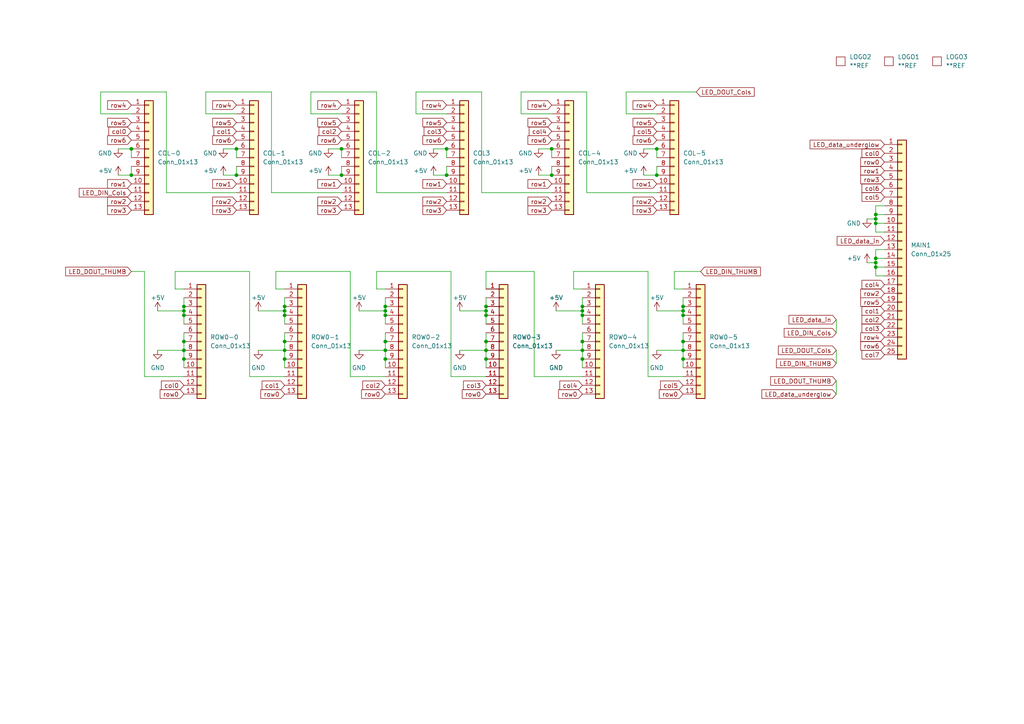
<source format=kicad_sch>
(kicad_sch (version 20231120) (generator "eeschema") (generator_version "8.0")
  (paper "A4")
  (lib_symbols
    (symbol "Connector_Generic:Conn_01x13" (pin_names (offset 1.016) hide)
      (property "Reference" "J" (at 0 17.78 0))
      (property "Value" "Conn_01x13" (at 0 -17.78 0))
      (symbol "Conn_01x13_1_1"
        (rectangle (start -1.27 -15.113) (end 0 -15.367) (stroke (width 0.1524)))
        (rectangle (start -1.27 -12.573) (end 0 -12.827) (stroke (width 0.1524)))
        (rectangle (start -1.27 -10.033) (end 0 -10.287) (stroke (width 0.1524)))
        (rectangle (start -1.27 -7.493) (end 0 -7.747) (stroke (width 0.1524)))
        (rectangle (start -1.27 -4.953) (end 0 -5.207) (stroke (width 0.1524)))
        (rectangle (start -1.27 -2.413) (end 0 -2.667) (stroke (width 0.1524)))
        (rectangle (start -1.27 0.127) (end 0 -0.127) (stroke (width 0.1524)))
        (rectangle (start -1.27 2.667) (end 0 2.413) (stroke (width 0.1524)))
        (rectangle (start -1.27 5.207) (end 0 4.953) (stroke (width 0.1524)))
        (rectangle (start -1.27 7.747) (end 0 7.493) (stroke (width 0.1524)))
        (rectangle (start -1.27 10.287) (end 0 10.033) (stroke (width 0.1524)))
        (rectangle (start -1.27 12.827) (end 0 12.573) (stroke (width 0.1524)))
        (rectangle (start -1.27 15.367) (end 0 15.113) (stroke (width 0.1524)))
        (rectangle (start -1.27 16.51) (end 1.27 -16.51) (stroke (width 0.254)) (fill (type background)))
        (pin passive line (at -5.08 15.24 0) (length 3.81) (name "Pin_1") (number "1"))
        (pin passive line (at -5.08 -7.62 0) (length 3.81) (name "Pin_10") (number "10"))
        (pin passive line (at -5.08 -10.16 0) (length 3.81) (name "Pin_11") (number "11"))
        (pin passive line (at -5.08 -12.7 0) (length 3.81) (name "Pin_12") (number "12"))
        (pin passive line (at -5.08 -15.24 0) (length 3.81) (name "Pin_13") (number "13"))
        (pin passive line (at -5.08 12.7 0) (length 3.81) (name "Pin_2") (number "2"))
        (pin passive line (at -5.08 10.16 0) (length 3.81) (name "Pin_3") (number "3"))
        (pin passive line (at -5.08 7.62 0) (length 3.81) (name "Pin_4") (number "4"))
        (pin passive line (at -5.08 5.08 0) (length 3.81) (name "Pin_5") (number "5"))
        (pin passive line (at -5.08 2.54 0) (length 3.81) (name "Pin_6") (number "6"))
        (pin passive line (at -5.08 0 0) (length 3.81) (name "Pin_7") (number "7"))
        (pin passive line (at -5.08 -2.54 0) (length 3.81) (name "Pin_8") (number "8"))
        (pin passive line (at -5.08 -5.08 0) (length 3.81) (name "Pin_9") (number "9"))
      )
    )
    (symbol "Connector_Generic:Conn_01x25" (pin_names (offset 1.016) hide)
      (property "Reference" "J" (at 0 33.02 0))
      (property "Value" "Conn_01x25" (at 0 -33.02 0))
      (symbol "Conn_01x25_1_1"
        (rectangle (start -1.27 -30.353) (end 0 -30.607) (stroke (width 0.1524)))
        (rectangle (start -1.27 -27.813) (end 0 -28.067) (stroke (width 0.1524)))
        (rectangle (start -1.27 -25.273) (end 0 -25.527) (stroke (width 0.1524)))
        (rectangle (start -1.27 -22.733) (end 0 -22.987) (stroke (width 0.1524)))
        (rectangle (start -1.27 -20.193) (end 0 -20.447) (stroke (width 0.1524)))
        (rectangle (start -1.27 -17.653) (end 0 -17.907) (stroke (width 0.1524)))
        (rectangle (start -1.27 -15.113) (end 0 -15.367) (stroke (width 0.1524)))
        (rectangle (start -1.27 -12.573) (end 0 -12.827) (stroke (width 0.1524)))
        (rectangle (start -1.27 -10.033) (end 0 -10.287) (stroke (width 0.1524)))
        (rectangle (start -1.27 -7.493) (end 0 -7.747) (stroke (width 0.1524)))
        (rectangle (start -1.27 -4.953) (end 0 -5.207) (stroke (width 0.1524)))
        (rectangle (start -1.27 -2.413) (end 0 -2.667) (stroke (width 0.1524)))
        (rectangle (start -1.27 0.127) (end 0 -0.127) (stroke (width 0.1524)))
        (rectangle (start -1.27 2.667) (end 0 2.413) (stroke (width 0.1524)))
        (rectangle (start -1.27 5.207) (end 0 4.953) (stroke (width 0.1524)))
        (rectangle (start -1.27 7.747) (end 0 7.493) (stroke (width 0.1524)))
        (rectangle (start -1.27 10.287) (end 0 10.033) (stroke (width 0.1524)))
        (rectangle (start -1.27 12.827) (end 0 12.573) (stroke (width 0.1524)))
        (rectangle (start -1.27 15.367) (end 0 15.113) (stroke (width 0.1524)))
        (rectangle (start -1.27 17.907) (end 0 17.653) (stroke (width 0.1524)))
        (rectangle (start -1.27 20.447) (end 0 20.193) (stroke (width 0.1524)))
        (rectangle (start -1.27 22.987) (end 0 22.733) (stroke (width 0.1524)))
        (rectangle (start -1.27 25.527) (end 0 25.273) (stroke (width 0.1524)))
        (rectangle (start -1.27 28.067) (end 0 27.813) (stroke (width 0.1524)))
        (rectangle (start -1.27 30.607) (end 0 30.353) (stroke (width 0.1524)))
        (rectangle (start -1.27 31.75) (end 1.27 -31.75) (stroke (width 0.254)) (fill (type background)))
        (pin passive line (at -5.08 30.48 0) (length 3.81) (name "Pin_1") (number "1"))
        (pin passive line (at -5.08 7.62 0) (length 3.81) (name "Pin_10") (number "10"))
        (pin passive line (at -5.08 5.08 0) (length 3.81) (name "Pin_11") (number "11"))
        (pin passive line (at -5.08 2.54 0) (length 3.81) (name "Pin_12") (number "12"))
        (pin passive line (at -5.08 0 0) (length 3.81) (name "Pin_13") (number "13"))
        (pin passive line (at -5.08 -2.54 0) (length 3.81) (name "Pin_14") (number "14"))
        (pin passive line (at -5.08 -5.08 0) (length 3.81) (name "Pin_15") (number "15"))
        (pin passive line (at -5.08 -7.62 0) (length 3.81) (name "Pin_16") (number "16"))
        (pin passive line (at -5.08 -10.16 0) (length 3.81) (name "Pin_17") (number "17"))
        (pin passive line (at -5.08 -12.7 0) (length 3.81) (name "Pin_18") (number "18"))
        (pin passive line (at -5.08 -15.24 0) (length 3.81) (name "Pin_19") (number "19"))
        (pin passive line (at -5.08 27.94 0) (length 3.81) (name "Pin_2") (number "2"))
        (pin passive line (at -5.08 -17.78 0) (length 3.81) (name "Pin_20") (number "20"))
        (pin passive line (at -5.08 -20.32 0) (length 3.81) (name "Pin_21") (number "21"))
        (pin passive line (at -5.08 -22.86 0) (length 3.81) (name "Pin_22") (number "22"))
        (pin passive line (at -5.08 -25.4 0) (length 3.81) (name "Pin_23") (number "23"))
        (pin passive line (at -5.08 -27.94 0) (length 3.81) (name "Pin_24") (number "24"))
        (pin passive line (at -5.08 -30.48 0) (length 3.81) (name "Pin_25") (number "25"))
        (pin passive line (at -5.08 25.4 0) (length 3.81) (name "Pin_3") (number "3"))
        (pin passive line (at -5.08 22.86 0) (length 3.81) (name "Pin_4") (number "4"))
        (pin passive line (at -5.08 20.32 0) (length 3.81) (name "Pin_5") (number "5"))
        (pin passive line (at -5.08 17.78 0) (length 3.81) (name "Pin_6") (number "6"))
        (pin passive line (at -5.08 15.24 0) (length 3.81) (name "Pin_7") (number "7"))
        (pin passive line (at -5.08 12.7 0) (length 3.81) (name "Pin_8") (number "8"))
        (pin passive line (at -5.08 10.16 0) (length 3.81) (name "Pin_9") (number "9"))
      )
    )
    (symbol "ct-kicad:awesome-logo" (in_bom no)
      (property "Reference" "LOGO" (at 0 0 0))
      (property "Value" "**REF" (at 0 0 0))
      (symbol "awesome-logo_0_1"
        (rectangle (start -1.27 1.27) (end 1.27 -1.27))
      )
    )
    (symbol "ct-kicad:cyboard-logo-10mm" (in_bom no)
      (property "Reference" "LOGO" (at 0 0 0))
      (property "Value" "**REF" (at 0 0 0))
      (symbol "cyboard-logo-10mm_0_1"
        (rectangle (start -1.27 1.27) (end 1.27 -1.27))
      )
    )
    (symbol "ct-kicad:mk19-flex-pcb-qr-12mm" (in_bom no)
      (property "Reference" "LOGO" (at 0 0 0))
      (property "Value" "**REF" (at 0 0 0))
      (symbol "mk19-flex-pcb-qr-12mm_0_1"
        (rectangle (start -1.27 1.27) (end 1.27 -1.27))
      )
    )
    (symbol "power:+5V" (power) (pin_names (offset 0))
      (property "Value" "+5V" (at 0 3.556 0))
      (symbol "+5V_0_1"
        (polyline (pts (xy -0.762 1.27) (xy 0 2.54)))
        (polyline (pts (xy 0 0) (xy 0 2.54)))
        (polyline (pts (xy 0 2.54) (xy 0.762 1.27)))
      )
      (symbol "+5V_1_1"
        (pin power_in line (at 0 0 90) (length 0) hide (name "+5V") (number "1"))
      )
    )
    (symbol "power:GND" (power) (pin_names (offset 0))
      (property "Value" "GND" (at 0 -3.81 0))
      (symbol "GND_0_1"
        (polyline (pts (xy 0 0) (xy 0 -1.27) (xy 1.27 -1.27) (xy 0 -2.54) (xy -1.27 -1.27) (xy 0 -1.27)))
      )
      (symbol "GND_1_1"
        (pin power_in line (at 0 0 270) (length 0) hide (name "GND") (number "1"))
      )
    )
  )
  (junction (at 190.5 43.18))
  (junction (at 53.34 99.06))
  (junction (at 129.54 43.18))
  (junction (at 254 74.93))
  (junction (at 198.12 91.44))
  (junction (at 254 63.5))
  (junction (at 111.76 90.17))
  (junction (at 198.12 104.14))
  (junction (at 140.97 88.9))
  (junction (at 254 62.23))
  (junction (at 168.91 90.17))
  (junction (at 140.97 101.6))
  (junction (at 168.91 91.44))
  (junction (at 129.54 50.8))
  (junction (at 53.34 91.44))
  (junction (at 111.76 99.06))
  (junction (at 99.06 43.18))
  (junction (at 111.76 104.14))
  (junction (at 82.55 90.17))
  (junction (at 111.76 91.44))
  (junction (at 82.55 101.6))
  (junction (at 38.1 50.8))
  (junction (at 82.55 88.9))
  (junction (at 168.91 104.14))
  (junction (at 53.34 104.14))
  (junction (at 254 64.77))
  (junction (at 168.91 101.6))
  (junction (at 140.97 91.44))
  (junction (at 198.12 88.9))
  (junction (at 254 76.2))
  (junction (at 82.55 99.06))
  (junction (at 53.34 101.6))
  (junction (at 160.02 43.18))
  (junction (at 198.12 99.06))
  (junction (at 53.34 88.9))
  (junction (at 99.06 50.8))
  (junction (at 140.97 99.06))
  (junction (at 82.55 91.44))
  (junction (at 53.34 90.17))
  (junction (at 254 77.47))
  (junction (at 198.12 90.17))
  (junction (at 198.12 101.6))
  (junction (at 168.91 99.06))
  (junction (at 82.55 104.14))
  (junction (at 190.5 50.8))
  (junction (at 111.76 88.9))
  (junction (at 38.1 43.18))
  (junction (at 140.97 90.17))
  (junction (at 111.76 101.6))
  (junction (at 68.58 50.8))
  (junction (at 168.91 88.9))
  (junction (at 140.97 104.14))
  (junction (at 160.02 50.8))
  (junction (at 68.58 43.18))
  (wire (pts (xy 95.25 50.8) (xy 99.06 50.8)))
  (wire (pts (xy 195.58 83.82) (xy 198.12 83.82)))
  (wire (pts (xy 254 72.39) (xy 254 74.93)))
  (wire (pts (xy 140.97 99.06) (xy 140.97 101.6)))
  (wire (pts (xy 50.8 78.74) (xy 50.8 83.82)))
  (wire (pts (xy 78.74 26.67) (xy 78.74 55.88)))
  (wire (pts (xy 140.97 104.14) (xy 140.97 106.68)))
  (wire (pts (xy 53.34 86.36) (xy 53.34 88.9)))
  (wire (pts (xy 82.55 91.44) (xy 82.55 93.98)))
  (wire (pts (xy 198.12 104.14) (xy 198.12 106.68)))
  (wire (pts (xy 139.7 55.88) (xy 160.02 55.88)))
  (wire (pts (xy 168.91 96.52) (xy 168.91 99.06)))
  (wire (pts (xy 154.94 78.74) (xy 154.94 109.22)))
  (wire (pts (xy 29.21 26.67) (xy 48.26 26.67)))
  (wire (pts (xy 254 62.23) (xy 256.54 62.23)))
  (wire (pts (xy 125.73 50.8) (xy 129.54 50.8)))
  (wire (pts (xy 50.8 83.82) (xy 53.34 83.82)))
  (wire (pts (xy 187.96 109.22) (xy 187.96 78.74)))
  (wire (pts (xy 72.39 109.22) (xy 72.39 78.74)))
  (wire (pts (xy 151.13 33.02) (xy 151.13 26.67)))
  (wire (pts (xy 181.61 26.67) (xy 201.93 26.67)))
  (wire (pts (xy 50.8 78.74) (xy 72.39 78.74)))
  (wire (pts (xy 125.73 43.18) (xy 129.54 43.18)))
  (wire (pts (xy 140.97 90.17) (xy 140.97 91.44)))
  (wire (pts (xy 168.91 90.17) (xy 168.91 91.44)))
  (wire (pts (xy 82.55 90.17) (xy 82.55 91.44)))
  (wire (pts (xy 168.91 99.06) (xy 168.91 101.6)))
  (wire (pts (xy 168.91 101.6) (xy 168.91 104.14)))
  (wire (pts (xy 256.54 67.31) (xy 254 67.31)))
  (wire (pts (xy 104.14 90.17) (xy 111.76 90.17)))
  (wire (pts (xy 140.97 88.9) (xy 140.97 90.17)))
  (wire (pts (xy 242.57 92.71) (xy 242.57 96.52)))
  (wire (pts (xy 45.72 90.17) (xy 53.34 90.17)))
  (wire (pts (xy 181.61 33.02) (xy 181.61 26.67)))
  (wire (pts (xy 254 76.2) (xy 251.46 76.2)))
  (wire (pts (xy 99.06 48.26) (xy 99.06 50.8)))
  (wire (pts (xy 156.21 50.8) (xy 160.02 50.8)))
  (wire (pts (xy 160.02 33.02) (xy 151.13 33.02)))
  (wire (pts (xy 140.97 109.22) (xy 130.81 109.22)))
  (wire (pts (xy 64.77 43.18) (xy 68.58 43.18)))
  (wire (pts (xy 251.46 63.5) (xy 254 63.5)))
  (wire (pts (xy 109.22 26.67) (xy 109.22 55.88)))
  (wire (pts (xy 78.74 55.88) (xy 99.06 55.88)))
  (wire (pts (xy 170.18 55.88) (xy 190.5 55.88)))
  (wire (pts (xy 68.58 48.26) (xy 68.58 50.8)))
  (wire (pts (xy 256.54 64.77) (xy 254 64.77)))
  (wire (pts (xy 198.12 96.52) (xy 198.12 99.06)))
  (wire (pts (xy 166.37 78.74) (xy 166.37 83.82)))
  (wire (pts (xy 195.58 78.74) (xy 195.58 83.82)))
  (wire (pts (xy 198.12 99.06) (xy 198.12 101.6)))
  (wire (pts (xy 256.54 72.39) (xy 254 72.39)))
  (wire (pts (xy 151.13 26.67) (xy 170.18 26.67)))
  (wire (pts (xy 38.1 43.18) (xy 38.1 45.72)))
  (wire (pts (xy 53.34 104.14) (xy 53.34 106.68)))
  (wire (pts (xy 140.97 91.44) (xy 140.97 93.98)))
  (wire (pts (xy 190.5 48.26) (xy 190.5 50.8)))
  (wire (pts (xy 111.76 91.44) (xy 111.76 93.98)))
  (wire (pts (xy 187.96 109.22) (xy 198.12 109.22)))
  (wire (pts (xy 90.17 26.67) (xy 109.22 26.67)))
  (wire (pts (xy 170.18 26.67) (xy 170.18 55.88)))
  (wire (pts (xy 38.1 48.26) (xy 38.1 50.8)))
  (wire (pts (xy 68.58 33.02) (xy 59.69 33.02)))
  (wire (pts (xy 254 76.2) (xy 254 77.47)))
  (wire (pts (xy 254 74.93) (xy 254 76.2)))
  (wire (pts (xy 82.55 86.36) (xy 82.55 88.9)))
  (wire (pts (xy 190.5 43.18) (xy 190.5 45.72)))
  (wire (pts (xy 154.94 109.22) (xy 168.91 109.22)))
  (wire (pts (xy 82.55 101.6) (xy 82.55 104.14)))
  (wire (pts (xy 34.29 50.8) (xy 38.1 50.8)))
  (wire (pts (xy 64.77 50.8) (xy 68.58 50.8)))
  (wire (pts (xy 242.57 110.49) (xy 242.57 114.3)))
  (wire (pts (xy 161.29 90.17) (xy 168.91 90.17)))
  (wire (pts (xy 120.65 33.02) (xy 120.65 26.67)))
  (wire (pts (xy 111.76 99.06) (xy 111.76 101.6)))
  (wire (pts (xy 140.97 96.52) (xy 140.97 99.06)))
  (wire (pts (xy 254 59.69) (xy 256.54 59.69)))
  (wire (pts (xy 190.5 90.17) (xy 198.12 90.17)))
  (wire (pts (xy 74.93 90.17) (xy 82.55 90.17)))
  (wire (pts (xy 45.72 101.6) (xy 53.34 101.6)))
  (wire (pts (xy 130.81 109.22) (xy 130.81 78.74)))
  (wire (pts (xy 195.58 78.74) (xy 203.2 78.74)))
  (wire (pts (xy 99.06 43.18) (xy 99.06 45.72)))
  (wire (pts (xy 168.91 104.14) (xy 168.91 106.68)))
  (wire (pts (xy 160.02 43.18) (xy 160.02 45.72)))
  (wire (pts (xy 74.93 101.6) (xy 82.55 101.6)))
  (wire (pts (xy 80.01 78.74) (xy 101.6 78.74)))
  (wire (pts (xy 82.55 88.9) (xy 82.55 90.17)))
  (wire (pts (xy 95.25 43.18) (xy 99.06 43.18)))
  (wire (pts (xy 82.55 104.14) (xy 82.55 106.68)))
  (wire (pts (xy 198.12 101.6) (xy 198.12 104.14)))
  (wire (pts (xy 198.12 90.17) (xy 198.12 91.44)))
  (wire (pts (xy 111.76 104.14) (xy 111.76 106.68)))
  (wire (pts (xy 29.21 33.02) (xy 29.21 26.67)))
  (wire (pts (xy 109.22 55.88) (xy 129.54 55.88)))
  (wire (pts (xy 53.34 88.9) (xy 53.34 90.17)))
  (wire (pts (xy 168.91 86.36) (xy 168.91 88.9)))
  (wire (pts (xy 139.7 26.67) (xy 139.7 55.88)))
  (wire (pts (xy 242.57 101.6) (xy 242.57 105.41)))
  (wire (pts (xy 111.76 88.9) (xy 111.76 90.17)))
  (wire (pts (xy 190.5 101.6) (xy 198.12 101.6)))
  (wire (pts (xy 254 77.47) (xy 254 80.01)))
  (wire (pts (xy 140.97 86.36) (xy 140.97 88.9)))
  (wire (pts (xy 53.34 90.17) (xy 53.34 91.44)))
  (wire (pts (xy 48.26 55.88) (xy 68.58 55.88)))
  (wire (pts (xy 190.5 33.02) (xy 181.61 33.02)))
  (wire (pts (xy 48.26 26.67) (xy 48.26 55.88)))
  (wire (pts (xy 38.1 33.02) (xy 29.21 33.02)))
  (wire (pts (xy 254 63.5) (xy 254 62.23)))
  (wire (pts (xy 80.01 78.74) (xy 80.01 83.82)))
  (wire (pts (xy 53.34 96.52) (xy 53.34 99.06)))
  (wire (pts (xy 254 62.23) (xy 254 59.69)))
  (wire (pts (xy 111.76 109.22) (xy 101.6 109.22)))
  (wire (pts (xy 166.37 78.74) (xy 187.96 78.74)))
  (wire (pts (xy 82.55 96.52) (xy 82.55 99.06)))
  (wire (pts (xy 109.22 83.82) (xy 111.76 83.82)))
  (wire (pts (xy 41.91 109.22) (xy 53.34 109.22)))
  (wire (pts (xy 198.12 91.44) (xy 198.12 93.98)))
  (wire (pts (xy 129.54 48.26) (xy 129.54 50.8)))
  (wire (pts (xy 254 63.5) (xy 254 64.77)))
  (wire (pts (xy 109.22 78.74) (xy 109.22 83.82)))
  (wire (pts (xy 53.34 99.06) (xy 53.34 101.6)))
  (wire (pts (xy 254 74.93) (xy 256.54 74.93)))
  (wire (pts (xy 104.14 101.6) (xy 111.76 101.6)))
  (wire (pts (xy 186.69 43.18) (xy 190.5 43.18)))
  (wire (pts (xy 133.35 90.17) (xy 140.97 90.17)))
  (wire (pts (xy 111.76 101.6) (xy 111.76 104.14)))
  (wire (pts (xy 59.69 33.02) (xy 59.69 26.67)))
  (wire (pts (xy 168.91 88.9) (xy 168.91 90.17)))
  (wire (pts (xy 90.17 33.02) (xy 90.17 26.67)))
  (wire (pts (xy 254 67.31) (xy 254 64.77)))
  (wire (pts (xy 168.91 91.44) (xy 168.91 93.98)))
  (wire (pts (xy 53.34 91.44) (xy 53.34 93.98)))
  (wire (pts (xy 133.35 101.6) (xy 140.97 101.6)))
  (wire (pts (xy 166.37 83.82) (xy 168.91 83.82)))
  (wire (pts (xy 130.81 78.74) (xy 109.22 78.74)))
  (wire (pts (xy 256.54 80.01) (xy 254 80.01)))
  (wire (pts (xy 198.12 86.36) (xy 198.12 88.9)))
  (wire (pts (xy 53.34 101.6) (xy 53.34 104.14)))
  (wire (pts (xy 156.21 43.18) (xy 160.02 43.18)))
  (wire (pts (xy 140.97 78.74) (xy 140.97 83.82)))
  (wire (pts (xy 160.02 48.26) (xy 160.02 50.8)))
  (wire (pts (xy 41.91 78.74) (xy 41.91 109.22)))
  (wire (pts (xy 140.97 101.6) (xy 140.97 104.14)))
  (wire (pts (xy 59.69 26.67) (xy 78.74 26.67)))
  (wire (pts (xy 198.12 88.9) (xy 198.12 90.17)))
  (wire (pts (xy 82.55 99.06) (xy 82.55 101.6)))
  (wire (pts (xy 38.1 78.74) (xy 41.91 78.74)))
  (wire (pts (xy 72.39 109.22) (xy 82.55 109.22)))
  (wire (pts (xy 111.76 96.52) (xy 111.76 99.06)))
  (wire (pts (xy 34.29 43.18) (xy 38.1 43.18)))
  (wire (pts (xy 120.65 26.67) (xy 139.7 26.67)))
  (wire (pts (xy 80.01 83.82) (xy 82.55 83.82)))
  (wire (pts (xy 129.54 33.02) (xy 120.65 33.02)))
  (wire (pts (xy 129.54 43.18) (xy 129.54 45.72)))
  (wire (pts (xy 256.54 77.47) (xy 254 77.47)))
  (wire (pts (xy 101.6 109.22) (xy 101.6 78.74)))
  (wire (pts (xy 111.76 90.17) (xy 111.76 91.44)))
  (wire (pts (xy 186.69 50.8) (xy 190.5 50.8)))
  (wire (pts (xy 111.76 86.36) (xy 111.76 88.9)))
  (wire (pts (xy 99.06 33.02) (xy 90.17 33.02)))
  (wire (pts (xy 68.58 43.18) (xy 68.58 45.72)))
  (wire (pts (xy 161.29 101.6) (xy 168.91 101.6)))
  (wire (pts (xy 140.97 78.74) (xy 154.94 78.74)))
  (global_label "col2" (shape input) (at 111.76 111.76 180) (property "Intersheetrefs" "${INTERSHEET_REFS}" (effects (hide yes))))
  (global_label "row0" (shape input) (at 198.12 114.3 180) (property "Intersheetrefs" "${INTERSHEET_REFS}" (effects (hide yes))))
  (global_label "row4" (shape input) (at 160.02 30.48 180) (property "Intersheetrefs" "${INTERSHEET_REFS}" (effects (hide yes))))
  (global_label "row5" (shape input) (at 99.06 35.56 180) (property "Intersheetrefs" "${INTERSHEET_REFS}" (effects (hide yes))))
  (global_label "row6" (shape input) (at 129.54 40.64 180) (property "Intersheetrefs" "${INTERSHEET_REFS}" (effects (hide yes))))
  (global_label "row6" (shape input) (at 99.06 40.64 180) (property "Intersheetrefs" "${INTERSHEET_REFS}" (effects (hide yes))))
  (global_label "LED_DOUT_Cols" (shape input) (at 201.93 26.67 0) (property "Intersheetrefs" "${INTERSHEET_REFS}" (effects (hide yes))))
  (global_label "row0" (shape input) (at 140.97 114.3 180) (property "Intersheetrefs" "${INTERSHEET_REFS}" (effects (hide yes))))
  (global_label "col1" (shape input) (at 256.54 90.17 180) (property "Intersheetrefs" "${INTERSHEET_REFS}" (effects (hide yes))))
  (global_label "row6" (shape input) (at 190.5 40.64 180) (property "Intersheetrefs" "${INTERSHEET_REFS}" (effects (hide yes))))
  (global_label "row2" (shape input) (at 190.5 58.42 180) (property "Intersheetrefs" "${INTERSHEET_REFS}" (effects (hide yes))))
  (global_label "row6" (shape input) (at 160.02 40.64 180) (property "Intersheetrefs" "${INTERSHEET_REFS}" (effects (hide yes))))
  (global_label "row0" (shape input) (at 111.76 114.3 180) (property "Intersheetrefs" "${INTERSHEET_REFS}" (effects (hide yes))))
  (global_label "row3" (shape input) (at 68.58 60.96 180) (property "Intersheetrefs" "${INTERSHEET_REFS}" (effects (hide yes))))
  (global_label "LED_data_underglow" (shape input) (at 256.54 41.91 180) (property "Intersheetrefs" "${INTERSHEET_REFS}" (effects (hide yes))))
  (global_label "col4" (shape input) (at 256.54 82.55 180) (property "Intersheetrefs" "${INTERSHEET_REFS}" (effects (hide yes))))
  (global_label "row5" (shape input) (at 68.58 35.56 180) (property "Intersheetrefs" "${INTERSHEET_REFS}" (effects (hide yes))))
  (global_label "LED_data_underglow" (shape input) (at 242.57 114.3 180) (property "Intersheetrefs" "${INTERSHEET_REFS}" (effects (hide yes))))
  (global_label "LED_data_in" (shape input) (at 256.54 69.85 180) (property "Intersheetrefs" "${INTERSHEET_REFS}" (effects (hide yes))))
  (global_label "col3" (shape input) (at 129.54 38.1 180) (property "Intersheetrefs" "${INTERSHEET_REFS}" (effects (hide yes))))
  (global_label "row6" (shape input) (at 68.58 40.64 180) (property "Intersheetrefs" "${INTERSHEET_REFS}" (effects (hide yes))))
  (global_label "row3" (shape input) (at 129.54 60.96 180) (property "Intersheetrefs" "${INTERSHEET_REFS}" (effects (hide yes))))
  (global_label "row3" (shape input) (at 160.02 60.96 180) (property "Intersheetrefs" "${INTERSHEET_REFS}" (effects (hide yes))))
  (global_label "row0" (shape input) (at 53.34 114.3 180) (property "Intersheetrefs" "${INTERSHEET_REFS}" (effects (hide yes))))
  (global_label "row1" (shape input) (at 99.06 53.34 180) (property "Intersheetrefs" "${INTERSHEET_REFS}" (effects (hide yes))))
  (global_label "LED_DOUT_Cols" (shape input) (at 242.57 101.6 180) (property "Intersheetrefs" "${INTERSHEET_REFS}" (effects (hide yes))))
  (global_label "col3" (shape input) (at 256.54 95.25 180) (property "Intersheetrefs" "${INTERSHEET_REFS}" (effects (hide yes))))
  (global_label "LED_DIN_Cols" (shape input) (at 38.1 55.88 180) (property "Intersheetrefs" "${INTERSHEET_REFS}" (effects (hide yes))))
  (global_label "row4" (shape input) (at 99.06 30.48 180) (property "Intersheetrefs" "${INTERSHEET_REFS}" (effects (hide yes))))
  (global_label "row3" (shape input) (at 38.1 60.96 180) (property "Intersheetrefs" "${INTERSHEET_REFS}" (effects (hide yes))))
  (global_label "row2" (shape input) (at 256.54 85.09 180) (property "Intersheetrefs" "${INTERSHEET_REFS}" (effects (hide yes))))
  (global_label "row5" (shape input) (at 190.5 35.56 180) (property "Intersheetrefs" "${INTERSHEET_REFS}" (effects (hide yes))))
  (global_label "LED_DIN_THUMB" (shape input) (at 242.57 105.41 180) (property "Intersheetrefs" "${INTERSHEET_REFS}" (effects (hide yes))))
  (global_label "col0" (shape input) (at 256.54 44.45 180) (property "Intersheetrefs" "${INTERSHEET_REFS}" (effects (hide yes))))
  (global_label "row5" (shape input) (at 129.54 35.56 180) (property "Intersheetrefs" "${INTERSHEET_REFS}" (effects (hide yes))))
  (global_label "row0" (shape input) (at 82.55 114.3 180) (property "Intersheetrefs" "${INTERSHEET_REFS}" (effects (hide yes))))
  (global_label "col3" (shape input) (at 140.97 111.76 180) (property "Intersheetrefs" "${INTERSHEET_REFS}" (effects (hide yes))))
  (global_label "row4" (shape input) (at 38.1 30.48 180) (property "Intersheetrefs" "${INTERSHEET_REFS}" (effects (hide yes))))
  (global_label "col1" (shape input) (at 82.55 111.76 180) (property "Intersheetrefs" "${INTERSHEET_REFS}" (effects (hide yes))))
  (global_label "col4" (shape input) (at 160.02 38.1 180) (property "Intersheetrefs" "${INTERSHEET_REFS}" (effects (hide yes))))
  (global_label "row0" (shape input) (at 168.91 114.3 180) (property "Intersheetrefs" "${INTERSHEET_REFS}" (effects (hide yes))))
  (global_label "row3" (shape input) (at 190.5 60.96 180) (property "Intersheetrefs" "${INTERSHEET_REFS}" (effects (hide yes))))
  (global_label "row4" (shape input) (at 190.5 30.48 180) (property "Intersheetrefs" "${INTERSHEET_REFS}" (effects (hide yes))))
  (global_label "LED_data_in" (shape input) (at 242.57 92.71 180) (property "Intersheetrefs" "${INTERSHEET_REFS}" (effects (hide yes))))
  (global_label "row2" (shape input) (at 38.1 58.42 180) (property "Intersheetrefs" "${INTERSHEET_REFS}" (effects (hide yes))))
  (global_label "row2" (shape input) (at 160.02 58.42 180) (property "Intersheetrefs" "${INTERSHEET_REFS}" (effects (hide yes))))
  (global_label "col4" (shape input) (at 168.91 111.76 180) (property "Intersheetrefs" "${INTERSHEET_REFS}" (effects (hide yes))))
  (global_label "col0" (shape input) (at 53.34 111.76 180) (property "Intersheetrefs" "${INTERSHEET_REFS}" (effects (hide yes))))
  (global_label "LED_DIN_Cols" (shape input) (at 242.57 96.52 180) (property "Intersheetrefs" "${INTERSHEET_REFS}" (effects (hide yes))))
  (global_label "row5" (shape input) (at 38.1 35.56 180) (property "Intersheetrefs" "${INTERSHEET_REFS}" (effects (hide yes))))
  (global_label "row1" (shape input) (at 38.1 53.34 180) (property "Intersheetrefs" "${INTERSHEET_REFS}" (effects (hide yes))))
  (global_label "row5" (shape input) (at 160.02 35.56 180) (property "Intersheetrefs" "${INTERSHEET_REFS}" (effects (hide yes))))
  (global_label "row6" (shape input) (at 38.1 40.64 180) (property "Intersheetrefs" "${INTERSHEET_REFS}" (effects (hide yes))))
  (global_label "col0" (shape input) (at 38.1 38.1 180) (property "Intersheetrefs" "${INTERSHEET_REFS}" (effects (hide yes))))
  (global_label "row0" (shape input) (at 256.54 46.99 180) (property "Intersheetrefs" "${INTERSHEET_REFS}" (effects (hide yes))))
  (global_label "LED_DIN_THUMB" (shape input) (at 203.2 78.74 0) (property "Intersheetrefs" "${INTERSHEET_REFS}" (effects (hide yes))))
  (global_label "col5" (shape input) (at 190.5 38.1 180) (property "Intersheetrefs" "${INTERSHEET_REFS}" (effects (hide yes))))
  (global_label "row2" (shape input) (at 129.54 58.42 180) (property "Intersheetrefs" "${INTERSHEET_REFS}" (effects (hide yes))))
  (global_label "row1" (shape input) (at 256.54 49.53 180) (property "Intersheetrefs" "${INTERSHEET_REFS}" (effects (hide yes))))
  (global_label "LED_DOUT_THUMB" (shape input) (at 38.1 78.74 180) (property "Intersheetrefs" "${INTERSHEET_REFS}" (effects (hide yes))))
  (global_label "LED_DOUT_THUMB" (shape input) (at 242.57 110.49 180) (property "Intersheetrefs" "${INTERSHEET_REFS}" (effects (hide yes))))
  (global_label "col2" (shape input) (at 99.06 38.1 180) (property "Intersheetrefs" "${INTERSHEET_REFS}" (effects (hide yes))))
  (global_label "row3" (shape input) (at 99.06 60.96 180) (property "Intersheetrefs" "${INTERSHEET_REFS}" (effects (hide yes))))
  (global_label "row4" (shape input) (at 129.54 30.48 180) (property "Intersheetrefs" "${INTERSHEET_REFS}" (effects (hide yes))))
  (global_label "row1" (shape input) (at 190.5 53.34 180) (property "Intersheetrefs" "${INTERSHEET_REFS}" (effects (hide yes))))
  (global_label "col7" (shape input) (at 256.54 102.87 180) (property "Intersheetrefs" "${INTERSHEET_REFS}" (effects (hide yes))))
  (global_label "row1" (shape input) (at 160.02 53.34 180) (property "Intersheetrefs" "${INTERSHEET_REFS}" (effects (hide yes))))
  (global_label "row6" (shape input) (at 256.54 100.33 180) (property "Intersheetrefs" "${INTERSHEET_REFS}" (effects (hide yes))))
  (global_label "row2" (shape input) (at 99.06 58.42 180) (property "Intersheetrefs" "${INTERSHEET_REFS}" (effects (hide yes))))
  (global_label "col5" (shape input) (at 198.12 111.76 180) (property "Intersheetrefs" "${INTERSHEET_REFS}" (effects (hide yes))))
  (global_label "col5" (shape input) (at 256.54 57.15 180) (property "Intersheetrefs" "${INTERSHEET_REFS}" (effects (hide yes))))
  (global_label "row2" (shape input) (at 68.58 58.42 180) (property "Intersheetrefs" "${INTERSHEET_REFS}" (effects (hide yes))))
  (global_label "row5" (shape input) (at 256.54 87.63 180) (property "Intersheetrefs" "${INTERSHEET_REFS}" (effects (hide yes))))
  (global_label "row4" (shape input) (at 68.58 30.48 180) (property "Intersheetrefs" "${INTERSHEET_REFS}" (effects (hide yes))))
  (global_label "col2" (shape input) (at 256.54 92.71 180) (property "Intersheetrefs" "${INTERSHEET_REFS}" (effects (hide yes))))
  (global_label "row1" (shape input) (at 68.58 53.34 180) (property "Intersheetrefs" "${INTERSHEET_REFS}" (effects (hide yes))))
  (global_label "row4" (shape input) (at 256.54 97.79 180) (property "Intersheetrefs" "${INTERSHEET_REFS}" (effects (hide yes))))
  (global_label "row3" (shape input) (at 256.54 52.07 180) (property "Intersheetrefs" "${INTERSHEET_REFS}" (effects (hide yes))))
  (global_label "col6" (shape input) (at 256.54 54.61 180) (property "Intersheetrefs" "${INTERSHEET_REFS}" (effects (hide yes))))
  (global_label "row1" (shape input) (at 129.54 53.34 180) (property "Intersheetrefs" "${INTERSHEET_REFS}" (effects (hide yes))))
  (global_label "col1" (shape input) (at 68.58 38.1 180) (property "Intersheetrefs" "${INTERSHEET_REFS}" (effects (hide yes))))
  (symbol (lib_id "power:+5V") (at 190.5 90.17 0) (unit 1)
    (property "Reference" "#PWR09" (effects (hide yes)))
    (property "Value" "+5V" (at 190.5 86.36 0))
  )
  (symbol (lib_id "power:GND") (at 125.73 43.18 0) (unit 1)
    (property "Reference" "#PWR017" (effects (hide yes)))
    (property "Value" "GND" (at 121.92 44.45 0))
  )
  (symbol (lib_id "Connector_Generic:Conn_01x13") (at 87.63 99.06 0) (unit 1)
    (property "Reference" "ROW0-1" (at 90.17 97.7899 0) (effects (justify left)))
    (property "Value" "Conn_01x13" (at 90.17 100.3299 0) (effects (justify left)))
    (property "Footprint" "ct-kicad:FFC Termination 13x0.3 ECT818001568" (effects (hide yes)))
    (property "Description" "Generic connector, single row, 01x13, script generated (kicad-library-utils/schlib/autogen/connector/)" (effects (hide yes)))
  )
  (symbol (lib_id "power:GND") (at 74.93 101.6 0) (unit 1)
    (property "Reference" "#PWR024" (effects (hide yes)))
    (property "Value" "GND" (at 74.93 106.68 0))
  )
  (symbol (lib_id "Connector_Generic:Conn_01x13") (at 203.2 99.06 0) (unit 1)
    (property "Reference" "ROW0-5" (at 205.74 97.7899 0) (effects (justify left)))
    (property "Value" "Conn_01x13" (at 205.74 100.3299 0) (effects (justify left)))
    (property "Footprint" "ct-kicad:FFC Termination 13x0.3 ECT818001568" (effects (hide yes)))
    (property "Description" "Generic connector, single row, 01x13, script generated (kicad-library-utils/schlib/autogen/connector/)" (effects (hide yes)))
  )
  (symbol (lib_id "Connector_Generic:Conn_01x13") (at 58.42 99.06 0) (unit 1)
    (property "Reference" "ROW0-0" (at 60.96 97.7899 0) (effects (justify left)))
    (property "Value" "Conn_01x13" (at 60.96 100.3299 0) (effects (justify left)))
    (property "Footprint" "ct-kicad:FFC Termination 13x0.3 ECT818001568" (effects (hide yes)))
    (property "Description" "Generic connector, single row, 01x13, script generated (kicad-library-utils/schlib/autogen/connector/)" (effects (hide yes)))
  )
  (symbol (lib_id "Connector_Generic:Conn_01x25") (at 261.62 72.39 0) (unit 1)
    (property "Reference" "MAIN1" (at 264.16 71.1199 0) (effects (justify left)))
    (property "Value" "Conn_01x25" (at 264.16 73.6599 0) (effects (justify left)))
    (property "Footprint" "ct-kicad:FFC Termination 25x0.3 ECT818001569" (effects (hide yes)))
    (property "Description" "Generic connector, single row, 01x25, script generated (kicad-library-utils/schlib/autogen/connector/)" (effects (hide yes)))
  )
  (symbol (lib_id "power:+5V") (at 95.25 50.8 0) (unit 1)
    (property "Reference" "#PWR014" (effects (hide yes)))
    (property "Value" "+5V" (at 91.44 49.53 0))
  )
  (symbol (lib_id "ct-kicad:awesome-logo") (at 257.81 17.78 0) (unit 1) (in_bom no)
    (property "Reference" "LOGO1" (at 260.35 16.5099 0) (effects (justify left)))
    (property "Value" "**REF" (at 260.35 19.0499 0) (effects (justify left)))
    (property "Footprint" "ct-kicad:awesome-logo" (effects (hide yes)))
    (property "Description" "the crazymittens logo" (effects (hide yes)))
  )
  (symbol (lib_id "power:GND") (at 156.21 43.18 0) (unit 1)
    (property "Reference" "#PWR021" (effects (hide yes)))
    (property "Value" "GND" (at 152.4 44.45 0))
  )
  (symbol (lib_id "power:GND") (at 133.35 101.6 0) (unit 1)
    (property "Reference" "#PWR032" (effects (hide yes)))
    (property "Value" "GND" (at 133.35 106.68 0))
  )
  (symbol (lib_id "power:+5V") (at 156.21 50.8 0) (unit 1)
    (property "Reference" "#PWR022" (effects (hide yes)))
    (property "Value" "+5V" (at 152.4 49.53 0))
  )
  (symbol (lib_id "power:GND") (at 64.77 43.18 0) (unit 1)
    (property "Reference" "#PWR07" (effects (hide yes)))
    (property "Value" "GND" (at 60.96 44.45 0))
  )
  (symbol (lib_id "power:GND") (at 95.25 43.18 0) (unit 1)
    (property "Reference" "#PWR013" (effects (hide yes)))
    (property "Value" "GND" (at 91.44 44.45 0))
  )
  (symbol (lib_id "Connector_Generic:Conn_01x13") (at 104.14 45.72 0) (unit 1)
    (property "Reference" "COL-2" (at 106.68 44.4499 0) (effects (justify left)))
    (property "Value" "Conn_01x13" (at 106.68 46.9899 0) (effects (justify left)))
    (property "Footprint" "ct-kicad:FFC Termination 13x0.3 ECT818001568" (effects (hide yes)))
    (property "Description" "Generic connector, single row, 01x13, script generated (kicad-library-utils/schlib/autogen/connector/)" (effects (hide yes)))
  )
  (symbol (lib_id "power:+5V") (at 34.29 50.8 0) (unit 1)
    (property "Reference" "#PWR04" (effects (hide yes)))
    (property "Value" "+5V" (at 30.48 49.53 0))
  )
  (symbol (lib_id "ct-kicad:cyboard-logo-10mm") (at 243.84 17.78 0) (unit 1) (in_bom no)
    (property "Reference" "LOGO2" (at 246.38 16.5099 0) (effects (justify left)))
    (property "Value" "**REF" (at 246.38 19.0499 0) (effects (justify left)))
    (property "Footprint" "ct-kicad:cyboard-logo-10mm" (effects (hide yes)))
    (property "Description" "cyboard.digital logo" (effects (hide yes)))
  )
  (symbol (lib_id "ct-kicad:mk19-flex-pcb-qr-12mm") (at 271.78 17.78 0) (unit 1) (in_bom no)
    (property "Reference" "LOGO3" (at 274.32 16.5099 0) (effects (justify left)))
    (property "Value" "**REF" (at 274.32 19.0499 0) (effects (justify left)))
    (property "Footprint" "ct-kicad:mk19-flex-pcb-qr-12mm" (effects (hide yes)))
    (property "Description" "qr code for repo" (effects (hide yes)))
  )
  (symbol (lib_id "power:+5V") (at 125.73 50.8 0) (unit 1)
    (property "Reference" "#PWR018" (effects (hide yes)))
    (property "Value" "+5V" (at 121.92 49.53 0))
  )
  (symbol (lib_id "power:GND") (at 161.29 101.6 0) (unit 1)
    (property "Reference" "#PWR06" (effects (hide yes)))
    (property "Value" "GND" (at 161.29 106.68 0))
  )
  (symbol (lib_id "Connector_Generic:Conn_01x13") (at 146.05 99.06 0) (unit 1)
    (property "Reference" "ROW0-3" (at 148.59 97.7899 0) (effects (justify left)))
    (property "Value" "Conn_01x13" (at 148.59 100.3299 0) (effects (justify left)))
    (property "Footprint" "ct-kicad:FFC Termination 13x0.3 ECT818001568" (effects (hide yes)))
    (property "Description" "Generic connector, single row, 01x13, script generated (kicad-library-utils/schlib/autogen/connector/)" (effects (hide yes)))
  )
  (symbol (lib_id "Connector_Generic:Conn_01x13") (at 73.66 45.72 0) (unit 1)
    (property "Reference" "COL-1" (at 76.2 44.4499 0) (effects (justify left)))
    (property "Value" "Conn_01x13" (at 76.2 46.9899 0) (effects (justify left)))
    (property "Footprint" "ct-kicad:FFC Termination 13x0.3 ECT818001568" (effects (hide yes)))
    (property "Description" "Generic connector, single row, 01x13, script generated (kicad-library-utils/schlib/autogen/connector/)" (effects (hide yes)))
  )
  (symbol (lib_id "Connector_Generic:Conn_01x13") (at 195.58 45.72 0) (unit 1)
    (property "Reference" "COL-5" (at 198.12 44.4499 0) (effects (justify left)))
    (property "Value" "Conn_01x13" (at 198.12 46.9899 0) (effects (justify left)))
    (property "Footprint" "ct-kicad:FFC Termination 13x0.3 ECT818001568" (effects (hide yes)))
    (property "Description" "Generic connector, single row, 01x13, script generated (kicad-library-utils/schlib/autogen/connector/)" (effects (hide yes)))
  )
  (symbol (lib_id "Connector_Generic:Conn_01x13") (at 173.99 99.06 0) (unit 1)
    (property "Reference" "ROW0-4" (at 176.53 97.7899 0) (effects (justify left)))
    (property "Value" "Conn_01x13" (at 176.53 100.3299 0) (effects (justify left)))
    (property "Footprint" "ct-kicad:FFC Termination 13x0.3 ECT818001568" (effects (hide yes)))
    (property "Description" "Generic connector, single row, 01x13, script generated (kicad-library-utils/schlib/autogen/connector/)" (effects (hide yes)))
  )
  (symbol (lib_id "power:+5V") (at 186.69 50.8 0) (unit 1)
    (property "Reference" "#PWR026" (effects (hide yes)))
    (property "Value" "+5V" (at 182.88 49.53 0))
  )
  (symbol (lib_id "power:GND") (at 251.46 63.5 0) (unit 1)
    (property "Reference" "#PWR01" (effects (hide yes)))
    (property "Value" "GND" (at 247.65 64.77 0))
  )
  (symbol (lib_id "power:GND") (at 45.72 101.6 0) (unit 1)
    (property "Reference" "#PWR020" (effects (hide yes)))
    (property "Value" "GND" (at 45.72 106.68 0))
  )
  (symbol (lib_id "Connector_Generic:Conn_01x13") (at 116.84 99.06 0) (unit 1)
    (property "Reference" "ROW0-2" (at 119.38 97.7899 0) (effects (justify left)))
    (property "Value" "Conn_01x13" (at 119.38 100.3299 0) (effects (justify left)))
    (property "Footprint" "ct-kicad:FFC Termination 13x0.3 ECT818001568" (effects (hide yes)))
    (property "Description" "Generic connector, single row, 01x13, script generated (kicad-library-utils/schlib/autogen/connector/)" (effects (hide yes)))
  )
  (symbol (lib_id "power:+5V") (at 74.93 90.17 0) (unit 1)
    (property "Reference" "#PWR023" (effects (hide yes)))
    (property "Value" "+5V" (at 74.93 86.36 0))
  )
  (symbol (lib_id "power:+5V") (at 45.72 90.17 0) (unit 1)
    (property "Reference" "#PWR019" (effects (hide yes)))
    (property "Value" "+5V" (at 45.72 86.36 0))
  )
  (symbol (lib_id "power:GND") (at 190.5 101.6 0) (unit 1)
    (property "Reference" "#PWR010" (effects (hide yes)))
    (property "Value" "GND" (at 190.5 106.68 0))
  )
  (symbol (lib_id "power:+5V") (at 161.29 90.17 0) (unit 1)
    (property "Reference" "#PWR05" (effects (hide yes)))
    (property "Value" "+5V" (at 161.29 86.36 0))
  )
  (symbol (lib_id "power:+5V") (at 251.46 76.2 0) (unit 1)
    (property "Reference" "#PWR02" (effects (hide yes)))
    (property "Value" "+5V" (at 247.65 74.93 0))
  )
  (symbol (lib_id "power:GND") (at 104.14 101.6 0) (unit 1)
    (property "Reference" "#PWR028" (effects (hide yes)))
    (property "Value" "GND" (at 104.14 106.68 0))
  )
  (symbol (lib_id "power:GND") (at 186.69 43.18 0) (unit 1)
    (property "Reference" "#PWR025" (effects (hide yes)))
    (property "Value" "GND" (at 182.88 44.45 0))
  )
  (symbol (lib_id "power:+5V") (at 133.35 90.17 0) (unit 1)
    (property "Reference" "#PWR031" (effects (hide yes)))
    (property "Value" "+5V" (at 133.35 86.36 0))
  )
  (symbol (lib_id "Connector_Generic:Conn_01x13") (at 43.18 45.72 0) (unit 1)
    (property "Reference" "COL-0" (at 45.72 44.4499 0) (effects (justify left)))
    (property "Value" "Conn_01x13" (at 45.72 46.9899 0) (effects (justify left)))
    (property "Footprint" "ct-kicad:FFC Termination 13x0.3 ECT818001568" (effects (hide yes)))
    (property "Description" "Generic connector, single row, 01x13, script generated (kicad-library-utils/schlib/autogen/connector/)" (effects (hide yes)))
  )
  (symbol (lib_id "power:+5V") (at 64.77 50.8 0) (unit 1)
    (property "Reference" "#PWR08" (effects (hide yes)))
    (property "Value" "+5V" (at 60.96 49.53 0))
  )
  (symbol (lib_id "Connector_Generic:Conn_01x13") (at 134.62 45.72 0) (unit 1)
    (property "Reference" "COL3" (at 137.16 44.4499 0) (effects (justify left)))
    (property "Value" "Conn_01x13" (at 137.16 46.9899 0) (effects (justify left)))
    (property "Footprint" "ct-kicad:FFC Termination 13x0.3 ECT818001568" (effects (hide yes)))
    (property "Description" "Generic connector, single row, 01x13, script generated (kicad-library-utils/schlib/autogen/connector/)" (effects (hide yes)))
  )
  (symbol (lib_id "Connector_Generic:Conn_01x13") (at 165.1 45.72 0) (unit 1)
    (property "Reference" "COL-4" (at 167.64 44.4499 0) (effects (justify left)))
    (property "Value" "Conn_01x13" (at 167.64 46.9899 0) (effects (justify left)))
    (property "Footprint" "ct-kicad:FFC Termination 13x0.3 ECT818001568" (effects (hide yes)))
    (property "Description" "Generic connector, single row, 01x13, script generated (kicad-library-utils/schlib/autogen/connector/)" (effects (hide yes)))
  )
  (symbol (lib_id "power:GND") (at 34.29 43.18 0) (unit 1)
    (property "Reference" "#PWR03" (effects (hide yes)))
    (property "Value" "GND" (at 30.48 44.45 0))
  )
  (symbol (lib_id "power:+5V") (at 104.14 90.17 0) (unit 1)
    (property "Reference" "#PWR027" (effects (hide yes)))
    (property "Value" "+5V" (at 104.14 86.36 0))
  )
)
</source>
